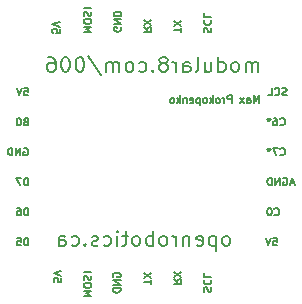
<source format=gbr>
G04 #@! TF.FileFunction,Legend,Bot*
%FSLAX46Y46*%
G04 Gerber Fmt 4.6, Leading zero omitted, Abs format (unit mm)*
G04 Created by KiCad (PCBNEW 4.0.0-rc1-stable) date 10/19/2015 7:45:35 PM*
%MOMM*%
G01*
G04 APERTURE LIST*
%ADD10C,0.100000*%
%ADD11C,0.152400*%
G04 APERTURE END LIST*
D10*
D11*
X149149406Y-110142262D02*
X149149406Y-109507262D01*
X148937739Y-109960833D01*
X148726072Y-109507262D01*
X148726072Y-110142262D01*
X148151549Y-110142262D02*
X148151549Y-109809643D01*
X148181787Y-109749167D01*
X148242263Y-109718929D01*
X148363215Y-109718929D01*
X148423692Y-109749167D01*
X148151549Y-110112024D02*
X148212025Y-110142262D01*
X148363215Y-110142262D01*
X148423692Y-110112024D01*
X148453930Y-110051548D01*
X148453930Y-109991071D01*
X148423692Y-109930595D01*
X148363215Y-109900357D01*
X148212025Y-109900357D01*
X148151549Y-109870119D01*
X147909644Y-110142262D02*
X147577025Y-109718929D01*
X147909644Y-109718929D02*
X147577025Y-110142262D01*
X146851310Y-110142262D02*
X146851310Y-109507262D01*
X146609405Y-109507262D01*
X146548929Y-109537500D01*
X146518690Y-109567738D01*
X146488452Y-109628214D01*
X146488452Y-109718929D01*
X146518690Y-109779405D01*
X146548929Y-109809643D01*
X146609405Y-109839881D01*
X146851310Y-109839881D01*
X146216310Y-110142262D02*
X146216310Y-109718929D01*
X146216310Y-109839881D02*
X146186071Y-109779405D01*
X146155833Y-109749167D01*
X146095357Y-109718929D01*
X146034881Y-109718929D01*
X145732500Y-110142262D02*
X145792976Y-110112024D01*
X145823215Y-110081786D01*
X145853453Y-110021310D01*
X145853453Y-109839881D01*
X145823215Y-109779405D01*
X145792976Y-109749167D01*
X145732500Y-109718929D01*
X145641786Y-109718929D01*
X145581310Y-109749167D01*
X145551072Y-109779405D01*
X145520834Y-109839881D01*
X145520834Y-110021310D01*
X145551072Y-110081786D01*
X145581310Y-110112024D01*
X145641786Y-110142262D01*
X145732500Y-110142262D01*
X145248691Y-110142262D02*
X145248691Y-109507262D01*
X145188214Y-109900357D02*
X145006786Y-110142262D01*
X145006786Y-109718929D02*
X145248691Y-109960833D01*
X144643928Y-110142262D02*
X144704404Y-110112024D01*
X144734643Y-110081786D01*
X144764881Y-110021310D01*
X144764881Y-109839881D01*
X144734643Y-109779405D01*
X144704404Y-109749167D01*
X144643928Y-109718929D01*
X144553214Y-109718929D01*
X144492738Y-109749167D01*
X144462500Y-109779405D01*
X144432262Y-109839881D01*
X144432262Y-110021310D01*
X144462500Y-110081786D01*
X144492738Y-110112024D01*
X144553214Y-110142262D01*
X144643928Y-110142262D01*
X144160119Y-109718929D02*
X144160119Y-110353929D01*
X144160119Y-109749167D02*
X144099642Y-109718929D01*
X143978690Y-109718929D01*
X143918214Y-109749167D01*
X143887976Y-109779405D01*
X143857738Y-109839881D01*
X143857738Y-110021310D01*
X143887976Y-110081786D01*
X143918214Y-110112024D01*
X143978690Y-110142262D01*
X144099642Y-110142262D01*
X144160119Y-110112024D01*
X143343690Y-110112024D02*
X143404166Y-110142262D01*
X143525118Y-110142262D01*
X143585595Y-110112024D01*
X143615833Y-110051548D01*
X143615833Y-109809643D01*
X143585595Y-109749167D01*
X143525118Y-109718929D01*
X143404166Y-109718929D01*
X143343690Y-109749167D01*
X143313452Y-109809643D01*
X143313452Y-109870119D01*
X143615833Y-109930595D01*
X143041309Y-109718929D02*
X143041309Y-110142262D01*
X143041309Y-109779405D02*
X143011070Y-109749167D01*
X142950594Y-109718929D01*
X142859880Y-109718929D01*
X142799404Y-109749167D01*
X142769166Y-109809643D01*
X142769166Y-110142262D01*
X142466785Y-110142262D02*
X142466785Y-109507262D01*
X142406308Y-109900357D02*
X142224880Y-110142262D01*
X142224880Y-109718929D02*
X142466785Y-109960833D01*
X141862022Y-110142262D02*
X141922498Y-110112024D01*
X141952737Y-110081786D01*
X141982975Y-110021310D01*
X141982975Y-109839881D01*
X141952737Y-109779405D01*
X141922498Y-109749167D01*
X141862022Y-109718929D01*
X141771308Y-109718929D01*
X141710832Y-109749167D01*
X141680594Y-109779405D01*
X141650356Y-109839881D01*
X141650356Y-110021310D01*
X141680594Y-110081786D01*
X141710832Y-110112024D01*
X141771308Y-110142262D01*
X141862022Y-110142262D01*
X146491476Y-122240524D02*
X146612429Y-122180048D01*
X146672905Y-122119571D01*
X146733381Y-121998619D01*
X146733381Y-121635762D01*
X146672905Y-121514810D01*
X146612429Y-121454333D01*
X146491476Y-121393857D01*
X146310048Y-121393857D01*
X146189096Y-121454333D01*
X146128619Y-121514810D01*
X146068143Y-121635762D01*
X146068143Y-121998619D01*
X146128619Y-122119571D01*
X146189096Y-122180048D01*
X146310048Y-122240524D01*
X146491476Y-122240524D01*
X145523857Y-121393857D02*
X145523857Y-122663857D01*
X145523857Y-121454333D02*
X145402905Y-121393857D01*
X145161000Y-121393857D01*
X145040048Y-121454333D01*
X144979571Y-121514810D01*
X144919095Y-121635762D01*
X144919095Y-121998619D01*
X144979571Y-122119571D01*
X145040048Y-122180048D01*
X145161000Y-122240524D01*
X145402905Y-122240524D01*
X145523857Y-122180048D01*
X143891000Y-122180048D02*
X144011952Y-122240524D01*
X144253857Y-122240524D01*
X144374809Y-122180048D01*
X144435285Y-122059095D01*
X144435285Y-121575286D01*
X144374809Y-121454333D01*
X144253857Y-121393857D01*
X144011952Y-121393857D01*
X143891000Y-121454333D01*
X143830523Y-121575286D01*
X143830523Y-121696238D01*
X144435285Y-121817190D01*
X143286238Y-121393857D02*
X143286238Y-122240524D01*
X143286238Y-121514810D02*
X143225762Y-121454333D01*
X143104809Y-121393857D01*
X142923381Y-121393857D01*
X142802429Y-121454333D01*
X142741952Y-121575286D01*
X142741952Y-122240524D01*
X142137190Y-122240524D02*
X142137190Y-121393857D01*
X142137190Y-121635762D02*
X142076714Y-121514810D01*
X142016238Y-121454333D01*
X141895285Y-121393857D01*
X141774333Y-121393857D01*
X141169571Y-122240524D02*
X141290524Y-122180048D01*
X141351000Y-122119571D01*
X141411476Y-121998619D01*
X141411476Y-121635762D01*
X141351000Y-121514810D01*
X141290524Y-121454333D01*
X141169571Y-121393857D01*
X140988143Y-121393857D01*
X140867191Y-121454333D01*
X140806714Y-121514810D01*
X140746238Y-121635762D01*
X140746238Y-121998619D01*
X140806714Y-122119571D01*
X140867191Y-122180048D01*
X140988143Y-122240524D01*
X141169571Y-122240524D01*
X140201952Y-122240524D02*
X140201952Y-120970524D01*
X140201952Y-121454333D02*
X140081000Y-121393857D01*
X139839095Y-121393857D01*
X139718143Y-121454333D01*
X139657666Y-121514810D01*
X139597190Y-121635762D01*
X139597190Y-121998619D01*
X139657666Y-122119571D01*
X139718143Y-122180048D01*
X139839095Y-122240524D01*
X140081000Y-122240524D01*
X140201952Y-122180048D01*
X138871475Y-122240524D02*
X138992428Y-122180048D01*
X139052904Y-122119571D01*
X139113380Y-121998619D01*
X139113380Y-121635762D01*
X139052904Y-121514810D01*
X138992428Y-121454333D01*
X138871475Y-121393857D01*
X138690047Y-121393857D01*
X138569095Y-121454333D01*
X138508618Y-121514810D01*
X138448142Y-121635762D01*
X138448142Y-121998619D01*
X138508618Y-122119571D01*
X138569095Y-122180048D01*
X138690047Y-122240524D01*
X138871475Y-122240524D01*
X138085285Y-121393857D02*
X137601475Y-121393857D01*
X137903856Y-120970524D02*
X137903856Y-122059095D01*
X137843380Y-122180048D01*
X137722427Y-122240524D01*
X137601475Y-122240524D01*
X137178142Y-122240524D02*
X137178142Y-121393857D01*
X137178142Y-120970524D02*
X137238618Y-121031000D01*
X137178142Y-121091476D01*
X137117666Y-121031000D01*
X137178142Y-120970524D01*
X137178142Y-121091476D01*
X136029094Y-122180048D02*
X136150047Y-122240524D01*
X136391951Y-122240524D01*
X136512904Y-122180048D01*
X136573380Y-122119571D01*
X136633856Y-121998619D01*
X136633856Y-121635762D01*
X136573380Y-121514810D01*
X136512904Y-121454333D01*
X136391951Y-121393857D01*
X136150047Y-121393857D01*
X136029094Y-121454333D01*
X135545285Y-122180048D02*
X135424333Y-122240524D01*
X135182428Y-122240524D01*
X135061476Y-122180048D01*
X135001000Y-122059095D01*
X135001000Y-121998619D01*
X135061476Y-121877667D01*
X135182428Y-121817190D01*
X135363857Y-121817190D01*
X135484809Y-121756714D01*
X135545285Y-121635762D01*
X135545285Y-121575286D01*
X135484809Y-121454333D01*
X135363857Y-121393857D01*
X135182428Y-121393857D01*
X135061476Y-121454333D01*
X134456714Y-122119571D02*
X134396238Y-122180048D01*
X134456714Y-122240524D01*
X134517190Y-122180048D01*
X134456714Y-122119571D01*
X134456714Y-122240524D01*
X133307666Y-122180048D02*
X133428619Y-122240524D01*
X133670523Y-122240524D01*
X133791476Y-122180048D01*
X133851952Y-122119571D01*
X133912428Y-121998619D01*
X133912428Y-121635762D01*
X133851952Y-121514810D01*
X133791476Y-121454333D01*
X133670523Y-121393857D01*
X133428619Y-121393857D01*
X133307666Y-121454333D01*
X132219095Y-122240524D02*
X132219095Y-121575286D01*
X132279572Y-121454333D01*
X132400524Y-121393857D01*
X132642429Y-121393857D01*
X132763381Y-121454333D01*
X132219095Y-122180048D02*
X132340048Y-122240524D01*
X132642429Y-122240524D01*
X132763381Y-122180048D01*
X132823857Y-122059095D01*
X132823857Y-121938143D01*
X132763381Y-121817190D01*
X132642429Y-121756714D01*
X132340048Y-121756714D01*
X132219095Y-121696238D01*
X149128238Y-107508524D02*
X149128238Y-106661857D01*
X149128238Y-106782810D02*
X149067762Y-106722333D01*
X148946809Y-106661857D01*
X148765381Y-106661857D01*
X148644429Y-106722333D01*
X148583952Y-106843286D01*
X148583952Y-107508524D01*
X148583952Y-106843286D02*
X148523476Y-106722333D01*
X148402524Y-106661857D01*
X148221095Y-106661857D01*
X148100143Y-106722333D01*
X148039667Y-106843286D01*
X148039667Y-107508524D01*
X147253476Y-107508524D02*
X147374429Y-107448048D01*
X147434905Y-107387571D01*
X147495381Y-107266619D01*
X147495381Y-106903762D01*
X147434905Y-106782810D01*
X147374429Y-106722333D01*
X147253476Y-106661857D01*
X147072048Y-106661857D01*
X146951096Y-106722333D01*
X146890619Y-106782810D01*
X146830143Y-106903762D01*
X146830143Y-107266619D01*
X146890619Y-107387571D01*
X146951096Y-107448048D01*
X147072048Y-107508524D01*
X147253476Y-107508524D01*
X145741571Y-107508524D02*
X145741571Y-106238524D01*
X145741571Y-107448048D02*
X145862524Y-107508524D01*
X146104428Y-107508524D01*
X146225381Y-107448048D01*
X146285857Y-107387571D01*
X146346333Y-107266619D01*
X146346333Y-106903762D01*
X146285857Y-106782810D01*
X146225381Y-106722333D01*
X146104428Y-106661857D01*
X145862524Y-106661857D01*
X145741571Y-106722333D01*
X144592523Y-106661857D02*
X144592523Y-107508524D01*
X145136809Y-106661857D02*
X145136809Y-107327095D01*
X145076333Y-107448048D01*
X144955380Y-107508524D01*
X144773952Y-107508524D01*
X144653000Y-107448048D01*
X144592523Y-107387571D01*
X143806332Y-107508524D02*
X143927285Y-107448048D01*
X143987761Y-107327095D01*
X143987761Y-106238524D01*
X142778237Y-107508524D02*
X142778237Y-106843286D01*
X142838714Y-106722333D01*
X142959666Y-106661857D01*
X143201571Y-106661857D01*
X143322523Y-106722333D01*
X142778237Y-107448048D02*
X142899190Y-107508524D01*
X143201571Y-107508524D01*
X143322523Y-107448048D01*
X143382999Y-107327095D01*
X143382999Y-107206143D01*
X143322523Y-107085190D01*
X143201571Y-107024714D01*
X142899190Y-107024714D01*
X142778237Y-106964238D01*
X142173475Y-107508524D02*
X142173475Y-106661857D01*
X142173475Y-106903762D02*
X142112999Y-106782810D01*
X142052523Y-106722333D01*
X141931570Y-106661857D01*
X141810618Y-106661857D01*
X141205856Y-106782810D02*
X141326809Y-106722333D01*
X141387285Y-106661857D01*
X141447761Y-106540905D01*
X141447761Y-106480429D01*
X141387285Y-106359476D01*
X141326809Y-106299000D01*
X141205856Y-106238524D01*
X140963952Y-106238524D01*
X140842999Y-106299000D01*
X140782523Y-106359476D01*
X140722047Y-106480429D01*
X140722047Y-106540905D01*
X140782523Y-106661857D01*
X140842999Y-106722333D01*
X140963952Y-106782810D01*
X141205856Y-106782810D01*
X141326809Y-106843286D01*
X141387285Y-106903762D01*
X141447761Y-107024714D01*
X141447761Y-107266619D01*
X141387285Y-107387571D01*
X141326809Y-107448048D01*
X141205856Y-107508524D01*
X140963952Y-107508524D01*
X140842999Y-107448048D01*
X140782523Y-107387571D01*
X140722047Y-107266619D01*
X140722047Y-107024714D01*
X140782523Y-106903762D01*
X140842999Y-106843286D01*
X140963952Y-106782810D01*
X140177761Y-107387571D02*
X140117285Y-107448048D01*
X140177761Y-107508524D01*
X140238237Y-107448048D01*
X140177761Y-107387571D01*
X140177761Y-107508524D01*
X139028713Y-107448048D02*
X139149666Y-107508524D01*
X139391570Y-107508524D01*
X139512523Y-107448048D01*
X139572999Y-107387571D01*
X139633475Y-107266619D01*
X139633475Y-106903762D01*
X139572999Y-106782810D01*
X139512523Y-106722333D01*
X139391570Y-106661857D01*
X139149666Y-106661857D01*
X139028713Y-106722333D01*
X138302999Y-107508524D02*
X138423952Y-107448048D01*
X138484428Y-107387571D01*
X138544904Y-107266619D01*
X138544904Y-106903762D01*
X138484428Y-106782810D01*
X138423952Y-106722333D01*
X138302999Y-106661857D01*
X138121571Y-106661857D01*
X138000619Y-106722333D01*
X137940142Y-106782810D01*
X137879666Y-106903762D01*
X137879666Y-107266619D01*
X137940142Y-107387571D01*
X138000619Y-107448048D01*
X138121571Y-107508524D01*
X138302999Y-107508524D01*
X137335380Y-107508524D02*
X137335380Y-106661857D01*
X137335380Y-106782810D02*
X137274904Y-106722333D01*
X137153951Y-106661857D01*
X136972523Y-106661857D01*
X136851571Y-106722333D01*
X136791094Y-106843286D01*
X136791094Y-107508524D01*
X136791094Y-106843286D02*
X136730618Y-106722333D01*
X136609666Y-106661857D01*
X136428237Y-106661857D01*
X136307285Y-106722333D01*
X136246809Y-106843286D01*
X136246809Y-107508524D01*
X134734904Y-106178048D02*
X135823476Y-107810905D01*
X134069666Y-106238524D02*
X133948714Y-106238524D01*
X133827762Y-106299000D01*
X133767285Y-106359476D01*
X133706809Y-106480429D01*
X133646333Y-106722333D01*
X133646333Y-107024714D01*
X133706809Y-107266619D01*
X133767285Y-107387571D01*
X133827762Y-107448048D01*
X133948714Y-107508524D01*
X134069666Y-107508524D01*
X134190619Y-107448048D01*
X134251095Y-107387571D01*
X134311571Y-107266619D01*
X134372047Y-107024714D01*
X134372047Y-106722333D01*
X134311571Y-106480429D01*
X134251095Y-106359476D01*
X134190619Y-106299000D01*
X134069666Y-106238524D01*
X132860142Y-106238524D02*
X132739190Y-106238524D01*
X132618238Y-106299000D01*
X132557761Y-106359476D01*
X132497285Y-106480429D01*
X132436809Y-106722333D01*
X132436809Y-107024714D01*
X132497285Y-107266619D01*
X132557761Y-107387571D01*
X132618238Y-107448048D01*
X132739190Y-107508524D01*
X132860142Y-107508524D01*
X132981095Y-107448048D01*
X133041571Y-107387571D01*
X133102047Y-107266619D01*
X133162523Y-107024714D01*
X133162523Y-106722333D01*
X133102047Y-106480429D01*
X133041571Y-106359476D01*
X132981095Y-106299000D01*
X132860142Y-106238524D01*
X131348237Y-106238524D02*
X131590142Y-106238524D01*
X131711094Y-106299000D01*
X131771571Y-106359476D01*
X131892523Y-106540905D01*
X131952999Y-106782810D01*
X131952999Y-107266619D01*
X131892523Y-107387571D01*
X131832047Y-107448048D01*
X131711094Y-107508524D01*
X131469190Y-107508524D01*
X131348237Y-107448048D01*
X131287761Y-107387571D01*
X131227285Y-107266619D01*
X131227285Y-106964238D01*
X131287761Y-106843286D01*
X131348237Y-106782810D01*
X131469190Y-106722333D01*
X131711094Y-106722333D01*
X131832047Y-106782810D01*
X131892523Y-106843286D01*
X131952999Y-106964238D01*
X144522976Y-104133953D02*
X144492738Y-104043238D01*
X144492738Y-103892048D01*
X144522976Y-103831572D01*
X144553214Y-103801334D01*
X144613690Y-103771095D01*
X144674167Y-103771095D01*
X144734643Y-103801334D01*
X144764881Y-103831572D01*
X144795119Y-103892048D01*
X144825357Y-104013000D01*
X144855595Y-104073476D01*
X144885833Y-104103715D01*
X144946310Y-104133953D01*
X145006786Y-104133953D01*
X145067262Y-104103715D01*
X145097500Y-104073476D01*
X145127738Y-104013000D01*
X145127738Y-103861810D01*
X145097500Y-103771095D01*
X144553214Y-103136095D02*
X144522976Y-103166333D01*
X144492738Y-103257048D01*
X144492738Y-103317524D01*
X144522976Y-103408238D01*
X144583452Y-103468714D01*
X144643929Y-103498953D01*
X144764881Y-103529191D01*
X144855595Y-103529191D01*
X144976548Y-103498953D01*
X145037024Y-103468714D01*
X145097500Y-103408238D01*
X145127738Y-103317524D01*
X145127738Y-103257048D01*
X145097500Y-103166333D01*
X145067262Y-103136095D01*
X144492738Y-102561572D02*
X144492738Y-102863953D01*
X145127738Y-102863953D01*
X142587738Y-104115810D02*
X142587738Y-103752953D01*
X141952738Y-103934381D02*
X142587738Y-103934381D01*
X142587738Y-103601762D02*
X141952738Y-103178428D01*
X142587738Y-103178428D02*
X141952738Y-103601762D01*
X139412738Y-103737833D02*
X139715119Y-103949500D01*
X139412738Y-104100691D02*
X140047738Y-104100691D01*
X140047738Y-103858786D01*
X140017500Y-103798310D01*
X139987262Y-103768071D01*
X139926786Y-103737833D01*
X139836071Y-103737833D01*
X139775595Y-103768071D01*
X139745357Y-103798310D01*
X139715119Y-103858786D01*
X139715119Y-104100691D01*
X140047738Y-103526167D02*
X139412738Y-103102833D01*
X140047738Y-103102833D02*
X139412738Y-103526167D01*
X137477500Y-103734809D02*
X137507738Y-103795286D01*
X137507738Y-103886000D01*
X137477500Y-103976714D01*
X137417024Y-104037190D01*
X137356548Y-104067429D01*
X137235595Y-104097667D01*
X137144881Y-104097667D01*
X137023929Y-104067429D01*
X136963452Y-104037190D01*
X136902976Y-103976714D01*
X136872738Y-103886000D01*
X136872738Y-103825524D01*
X136902976Y-103734809D01*
X136933214Y-103704571D01*
X137144881Y-103704571D01*
X137144881Y-103825524D01*
X136872738Y-103432429D02*
X137507738Y-103432429D01*
X136872738Y-103069571D01*
X137507738Y-103069571D01*
X136872738Y-102767191D02*
X137507738Y-102767191D01*
X137507738Y-102616000D01*
X137477500Y-102525286D01*
X137417024Y-102464810D01*
X137356548Y-102434571D01*
X137235595Y-102404333D01*
X137144881Y-102404333D01*
X137023929Y-102434571D01*
X136963452Y-102464810D01*
X136902976Y-102525286D01*
X136872738Y-102616000D01*
X136872738Y-102767191D01*
X134332738Y-104121857D02*
X134967738Y-104121857D01*
X134514167Y-103910190D01*
X134967738Y-103698523D01*
X134332738Y-103698523D01*
X134967738Y-103275190D02*
X134967738Y-103154238D01*
X134937500Y-103093762D01*
X134877024Y-103033285D01*
X134756071Y-103003047D01*
X134544405Y-103003047D01*
X134423452Y-103033285D01*
X134362976Y-103093762D01*
X134332738Y-103154238D01*
X134332738Y-103275190D01*
X134362976Y-103335666D01*
X134423452Y-103396143D01*
X134544405Y-103426381D01*
X134756071Y-103426381D01*
X134877024Y-103396143D01*
X134937500Y-103335666D01*
X134967738Y-103275190D01*
X134362976Y-102761143D02*
X134332738Y-102670428D01*
X134332738Y-102519238D01*
X134362976Y-102458762D01*
X134393214Y-102428524D01*
X134453690Y-102398285D01*
X134514167Y-102398285D01*
X134574643Y-102428524D01*
X134604881Y-102458762D01*
X134635119Y-102519238D01*
X134665357Y-102640190D01*
X134695595Y-102700666D01*
X134725833Y-102730905D01*
X134786310Y-102761143D01*
X134846786Y-102761143D01*
X134907262Y-102730905D01*
X134937500Y-102700666D01*
X134967738Y-102640190D01*
X134967738Y-102489000D01*
X134937500Y-102398285D01*
X134332738Y-102126143D02*
X134967738Y-102126143D01*
X132300738Y-103879953D02*
X132300738Y-104182334D01*
X131998357Y-104212572D01*
X132028595Y-104182334D01*
X132058833Y-104121857D01*
X132058833Y-103970667D01*
X132028595Y-103910191D01*
X131998357Y-103879953D01*
X131937881Y-103849714D01*
X131786690Y-103849714D01*
X131726214Y-103879953D01*
X131695976Y-103910191D01*
X131665738Y-103970667D01*
X131665738Y-104121857D01*
X131695976Y-104182334D01*
X131726214Y-104212572D01*
X132300738Y-103668286D02*
X131665738Y-103456619D01*
X132300738Y-103244952D01*
X144522976Y-126104953D02*
X144492738Y-126014238D01*
X144492738Y-125863048D01*
X144522976Y-125802572D01*
X144553214Y-125772334D01*
X144613690Y-125742095D01*
X144674167Y-125742095D01*
X144734643Y-125772334D01*
X144764881Y-125802572D01*
X144795119Y-125863048D01*
X144825357Y-125984000D01*
X144855595Y-126044476D01*
X144885833Y-126074715D01*
X144946310Y-126104953D01*
X145006786Y-126104953D01*
X145067262Y-126074715D01*
X145097500Y-126044476D01*
X145127738Y-125984000D01*
X145127738Y-125832810D01*
X145097500Y-125742095D01*
X144553214Y-125107095D02*
X144522976Y-125137333D01*
X144492738Y-125228048D01*
X144492738Y-125288524D01*
X144522976Y-125379238D01*
X144583452Y-125439714D01*
X144643929Y-125469953D01*
X144764881Y-125500191D01*
X144855595Y-125500191D01*
X144976548Y-125469953D01*
X145037024Y-125439714D01*
X145097500Y-125379238D01*
X145127738Y-125288524D01*
X145127738Y-125228048D01*
X145097500Y-125137333D01*
X145067262Y-125107095D01*
X144492738Y-124532572D02*
X144492738Y-124834953D01*
X145127738Y-124834953D01*
X141952738Y-125073833D02*
X142255119Y-125285500D01*
X141952738Y-125436691D02*
X142587738Y-125436691D01*
X142587738Y-125194786D01*
X142557500Y-125134310D01*
X142527262Y-125104071D01*
X142466786Y-125073833D01*
X142376071Y-125073833D01*
X142315595Y-125104071D01*
X142285357Y-125134310D01*
X142255119Y-125194786D01*
X142255119Y-125436691D01*
X142587738Y-124862167D02*
X141952738Y-124438833D01*
X142587738Y-124438833D02*
X141952738Y-124862167D01*
X140047738Y-125451810D02*
X140047738Y-125088953D01*
X139412738Y-125270381D02*
X140047738Y-125270381D01*
X140047738Y-124937762D02*
X139412738Y-124514428D01*
X140047738Y-124514428D02*
X139412738Y-124937762D01*
X136842500Y-124865191D02*
X136812262Y-124804714D01*
X136812262Y-124714000D01*
X136842500Y-124623286D01*
X136902976Y-124562810D01*
X136963452Y-124532571D01*
X137084405Y-124502333D01*
X137175119Y-124502333D01*
X137296071Y-124532571D01*
X137356548Y-124562810D01*
X137417024Y-124623286D01*
X137447262Y-124714000D01*
X137447262Y-124774476D01*
X137417024Y-124865191D01*
X137386786Y-124895429D01*
X137175119Y-124895429D01*
X137175119Y-124774476D01*
X137447262Y-125167571D02*
X136812262Y-125167571D01*
X137447262Y-125530429D01*
X136812262Y-125530429D01*
X137447262Y-125832809D02*
X136812262Y-125832809D01*
X136812262Y-125984000D01*
X136842500Y-126074714D01*
X136902976Y-126135190D01*
X136963452Y-126165429D01*
X137084405Y-126195667D01*
X137175119Y-126195667D01*
X137296071Y-126165429D01*
X137356548Y-126135190D01*
X137417024Y-126074714D01*
X137447262Y-125984000D01*
X137447262Y-125832809D01*
X134332738Y-126473857D02*
X134967738Y-126473857D01*
X134514167Y-126262190D01*
X134967738Y-126050523D01*
X134332738Y-126050523D01*
X134967738Y-125627190D02*
X134967738Y-125506238D01*
X134937500Y-125445762D01*
X134877024Y-125385285D01*
X134756071Y-125355047D01*
X134544405Y-125355047D01*
X134423452Y-125385285D01*
X134362976Y-125445762D01*
X134332738Y-125506238D01*
X134332738Y-125627190D01*
X134362976Y-125687666D01*
X134423452Y-125748143D01*
X134544405Y-125778381D01*
X134756071Y-125778381D01*
X134877024Y-125748143D01*
X134937500Y-125687666D01*
X134967738Y-125627190D01*
X134362976Y-125113143D02*
X134332738Y-125022428D01*
X134332738Y-124871238D01*
X134362976Y-124810762D01*
X134393214Y-124780524D01*
X134453690Y-124750285D01*
X134514167Y-124750285D01*
X134574643Y-124780524D01*
X134604881Y-124810762D01*
X134635119Y-124871238D01*
X134665357Y-124992190D01*
X134695595Y-125052666D01*
X134725833Y-125082905D01*
X134786310Y-125113143D01*
X134846786Y-125113143D01*
X134907262Y-125082905D01*
X134937500Y-125052666D01*
X134967738Y-124992190D01*
X134967738Y-124841000D01*
X134937500Y-124750285D01*
X134332738Y-124478143D02*
X134967738Y-124478143D01*
X132427738Y-124961953D02*
X132427738Y-125264334D01*
X132125357Y-125294572D01*
X132155595Y-125264334D01*
X132185833Y-125203857D01*
X132185833Y-125052667D01*
X132155595Y-124992191D01*
X132125357Y-124961953D01*
X132064881Y-124931714D01*
X131913690Y-124931714D01*
X131853214Y-124961953D01*
X131822976Y-124992191D01*
X131792738Y-125052667D01*
X131792738Y-125203857D01*
X131822976Y-125264334D01*
X131853214Y-125294572D01*
X132427738Y-124750286D02*
X131792738Y-124538619D01*
X132427738Y-124326952D01*
X129627691Y-122207262D02*
X129627691Y-121572262D01*
X129476500Y-121572262D01*
X129385786Y-121602500D01*
X129325310Y-121662976D01*
X129295071Y-121723452D01*
X129264833Y-121844405D01*
X129264833Y-121935119D01*
X129295071Y-122056071D01*
X129325310Y-122116548D01*
X129385786Y-122177024D01*
X129476500Y-122207262D01*
X129627691Y-122207262D01*
X128690310Y-121572262D02*
X128992691Y-121572262D01*
X129022929Y-121874643D01*
X128992691Y-121844405D01*
X128932214Y-121814167D01*
X128781024Y-121814167D01*
X128720548Y-121844405D01*
X128690310Y-121874643D01*
X128660071Y-121935119D01*
X128660071Y-122086310D01*
X128690310Y-122146786D01*
X128720548Y-122177024D01*
X128781024Y-122207262D01*
X128932214Y-122207262D01*
X128992691Y-122177024D01*
X129022929Y-122146786D01*
X129627691Y-119667262D02*
X129627691Y-119032262D01*
X129476500Y-119032262D01*
X129385786Y-119062500D01*
X129325310Y-119122976D01*
X129295071Y-119183452D01*
X129264833Y-119304405D01*
X129264833Y-119395119D01*
X129295071Y-119516071D01*
X129325310Y-119576548D01*
X129385786Y-119637024D01*
X129476500Y-119667262D01*
X129627691Y-119667262D01*
X128720548Y-119032262D02*
X128841500Y-119032262D01*
X128901976Y-119062500D01*
X128932214Y-119092738D01*
X128992691Y-119183452D01*
X129022929Y-119304405D01*
X129022929Y-119546310D01*
X128992691Y-119606786D01*
X128962452Y-119637024D01*
X128901976Y-119667262D01*
X128781024Y-119667262D01*
X128720548Y-119637024D01*
X128690310Y-119606786D01*
X128660071Y-119546310D01*
X128660071Y-119395119D01*
X128690310Y-119334643D01*
X128720548Y-119304405D01*
X128781024Y-119274167D01*
X128901976Y-119274167D01*
X128962452Y-119304405D01*
X128992691Y-119334643D01*
X129022929Y-119395119D01*
X129627691Y-117127262D02*
X129627691Y-116492262D01*
X129476500Y-116492262D01*
X129385786Y-116522500D01*
X129325310Y-116582976D01*
X129295071Y-116643452D01*
X129264833Y-116764405D01*
X129264833Y-116855119D01*
X129295071Y-116976071D01*
X129325310Y-117036548D01*
X129385786Y-117097024D01*
X129476500Y-117127262D01*
X129627691Y-117127262D01*
X129053167Y-116492262D02*
X128629833Y-116492262D01*
X128901976Y-117127262D01*
X129261809Y-113982500D02*
X129322286Y-113952262D01*
X129413000Y-113952262D01*
X129503714Y-113982500D01*
X129564190Y-114042976D01*
X129594429Y-114103452D01*
X129624667Y-114224405D01*
X129624667Y-114315119D01*
X129594429Y-114436071D01*
X129564190Y-114496548D01*
X129503714Y-114557024D01*
X129413000Y-114587262D01*
X129352524Y-114587262D01*
X129261809Y-114557024D01*
X129231571Y-114526786D01*
X129231571Y-114315119D01*
X129352524Y-114315119D01*
X128959429Y-114587262D02*
X128959429Y-113952262D01*
X128596571Y-114587262D01*
X128596571Y-113952262D01*
X128294191Y-114587262D02*
X128294191Y-113952262D01*
X128143000Y-113952262D01*
X128052286Y-113982500D01*
X127991810Y-114042976D01*
X127961571Y-114103452D01*
X127931333Y-114224405D01*
X127931333Y-114315119D01*
X127961571Y-114436071D01*
X127991810Y-114496548D01*
X128052286Y-114557024D01*
X128143000Y-114587262D01*
X128294191Y-114587262D01*
X129416024Y-111714643D02*
X129325310Y-111744881D01*
X129295071Y-111775119D01*
X129264833Y-111835595D01*
X129264833Y-111926310D01*
X129295071Y-111986786D01*
X129325310Y-112017024D01*
X129385786Y-112047262D01*
X129627691Y-112047262D01*
X129627691Y-111412262D01*
X129416024Y-111412262D01*
X129355548Y-111442500D01*
X129325310Y-111472738D01*
X129295071Y-111533214D01*
X129295071Y-111593690D01*
X129325310Y-111654167D01*
X129355548Y-111684405D01*
X129416024Y-111714643D01*
X129627691Y-111714643D01*
X128871738Y-111412262D02*
X128811262Y-111412262D01*
X128750786Y-111442500D01*
X128720548Y-111472738D01*
X128690310Y-111533214D01*
X128660071Y-111654167D01*
X128660071Y-111805357D01*
X128690310Y-111926310D01*
X128720548Y-111986786D01*
X128750786Y-112017024D01*
X128811262Y-112047262D01*
X128871738Y-112047262D01*
X128932214Y-112017024D01*
X128962452Y-111986786D01*
X128992691Y-111926310D01*
X129022929Y-111805357D01*
X129022929Y-111654167D01*
X128992691Y-111533214D01*
X128962452Y-111472738D01*
X128932214Y-111442500D01*
X128871738Y-111412262D01*
X129279953Y-108872262D02*
X129582334Y-108872262D01*
X129612572Y-109174643D01*
X129582334Y-109144405D01*
X129521857Y-109114167D01*
X129370667Y-109114167D01*
X129310191Y-109144405D01*
X129279953Y-109174643D01*
X129249714Y-109235119D01*
X129249714Y-109386310D01*
X129279953Y-109446786D01*
X129310191Y-109477024D01*
X129370667Y-109507262D01*
X129521857Y-109507262D01*
X129582334Y-109477024D01*
X129612572Y-109446786D01*
X129068286Y-108872262D02*
X128856619Y-109507262D01*
X128644952Y-108872262D01*
X150361953Y-121572262D02*
X150664334Y-121572262D01*
X150694572Y-121874643D01*
X150664334Y-121844405D01*
X150603857Y-121814167D01*
X150452667Y-121814167D01*
X150392191Y-121844405D01*
X150361953Y-121874643D01*
X150331714Y-121935119D01*
X150331714Y-122086310D01*
X150361953Y-122146786D01*
X150392191Y-122177024D01*
X150452667Y-122207262D01*
X150603857Y-122207262D01*
X150664334Y-122177024D01*
X150694572Y-122146786D01*
X150150286Y-121572262D02*
X149938619Y-122207262D01*
X149726952Y-121572262D01*
X150473833Y-119606786D02*
X150504071Y-119637024D01*
X150594786Y-119667262D01*
X150655262Y-119667262D01*
X150745976Y-119637024D01*
X150806452Y-119576548D01*
X150836691Y-119516071D01*
X150866929Y-119395119D01*
X150866929Y-119304405D01*
X150836691Y-119183452D01*
X150806452Y-119122976D01*
X150745976Y-119062500D01*
X150655262Y-119032262D01*
X150594786Y-119032262D01*
X150504071Y-119062500D01*
X150473833Y-119092738D01*
X150080738Y-119032262D02*
X150020262Y-119032262D01*
X149959786Y-119062500D01*
X149929548Y-119092738D01*
X149899310Y-119153214D01*
X149869071Y-119274167D01*
X149869071Y-119425357D01*
X149899310Y-119546310D01*
X149929548Y-119606786D01*
X149959786Y-119637024D01*
X150020262Y-119667262D01*
X150080738Y-119667262D01*
X150141214Y-119637024D01*
X150171452Y-119606786D01*
X150201691Y-119546310D01*
X150231929Y-119425357D01*
X150231929Y-119274167D01*
X150201691Y-119153214D01*
X150171452Y-119092738D01*
X150141214Y-119062500D01*
X150080738Y-119032262D01*
X152121810Y-116945833D02*
X151819429Y-116945833D01*
X152182286Y-117127262D02*
X151970619Y-116492262D01*
X151758952Y-117127262D01*
X151214666Y-116522500D02*
X151275143Y-116492262D01*
X151365857Y-116492262D01*
X151456571Y-116522500D01*
X151517047Y-116582976D01*
X151547286Y-116643452D01*
X151577524Y-116764405D01*
X151577524Y-116855119D01*
X151547286Y-116976071D01*
X151517047Y-117036548D01*
X151456571Y-117097024D01*
X151365857Y-117127262D01*
X151305381Y-117127262D01*
X151214666Y-117097024D01*
X151184428Y-117066786D01*
X151184428Y-116855119D01*
X151305381Y-116855119D01*
X150912286Y-117127262D02*
X150912286Y-116492262D01*
X150549428Y-117127262D01*
X150549428Y-116492262D01*
X150247048Y-117127262D02*
X150247048Y-116492262D01*
X150095857Y-116492262D01*
X150005143Y-116522500D01*
X149944667Y-116582976D01*
X149914428Y-116643452D01*
X149884190Y-116764405D01*
X149884190Y-116855119D01*
X149914428Y-116976071D01*
X149944667Y-117036548D01*
X150005143Y-117097024D01*
X150095857Y-117127262D01*
X150247048Y-117127262D01*
X150969738Y-114526786D02*
X150999976Y-114557024D01*
X151090691Y-114587262D01*
X151151167Y-114587262D01*
X151241881Y-114557024D01*
X151302357Y-114496548D01*
X151332596Y-114436071D01*
X151362834Y-114315119D01*
X151362834Y-114224405D01*
X151332596Y-114103452D01*
X151302357Y-114042976D01*
X151241881Y-113982500D01*
X151151167Y-113952262D01*
X151090691Y-113952262D01*
X150999976Y-113982500D01*
X150969738Y-114012738D01*
X150758072Y-113952262D02*
X150334738Y-113952262D01*
X150606881Y-114587262D01*
X150002119Y-113952262D02*
X150002119Y-114103452D01*
X150153310Y-114042976D02*
X150002119Y-114103452D01*
X149850929Y-114042976D01*
X150092834Y-114224405D02*
X150002119Y-114103452D01*
X149911405Y-114224405D01*
X150969738Y-111986786D02*
X150999976Y-112017024D01*
X151090691Y-112047262D01*
X151151167Y-112047262D01*
X151241881Y-112017024D01*
X151302357Y-111956548D01*
X151332596Y-111896071D01*
X151362834Y-111775119D01*
X151362834Y-111684405D01*
X151332596Y-111563452D01*
X151302357Y-111502976D01*
X151241881Y-111442500D01*
X151151167Y-111412262D01*
X151090691Y-111412262D01*
X150999976Y-111442500D01*
X150969738Y-111472738D01*
X150425453Y-111412262D02*
X150546405Y-111412262D01*
X150606881Y-111442500D01*
X150637119Y-111472738D01*
X150697596Y-111563452D01*
X150727834Y-111684405D01*
X150727834Y-111926310D01*
X150697596Y-111986786D01*
X150667357Y-112017024D01*
X150606881Y-112047262D01*
X150485929Y-112047262D01*
X150425453Y-112017024D01*
X150395215Y-111986786D01*
X150364976Y-111926310D01*
X150364976Y-111775119D01*
X150395215Y-111714643D01*
X150425453Y-111684405D01*
X150485929Y-111654167D01*
X150606881Y-111654167D01*
X150667357Y-111684405D01*
X150697596Y-111714643D01*
X150727834Y-111775119D01*
X150002119Y-111412262D02*
X150002119Y-111563452D01*
X150153310Y-111502976D02*
X150002119Y-111563452D01*
X149850929Y-111502976D01*
X150092834Y-111684405D02*
X150002119Y-111563452D01*
X149911405Y-111684405D01*
X151504953Y-109477024D02*
X151414238Y-109507262D01*
X151263048Y-109507262D01*
X151202572Y-109477024D01*
X151172334Y-109446786D01*
X151142095Y-109386310D01*
X151142095Y-109325833D01*
X151172334Y-109265357D01*
X151202572Y-109235119D01*
X151263048Y-109204881D01*
X151384000Y-109174643D01*
X151444476Y-109144405D01*
X151474715Y-109114167D01*
X151504953Y-109053690D01*
X151504953Y-108993214D01*
X151474715Y-108932738D01*
X151444476Y-108902500D01*
X151384000Y-108872262D01*
X151232810Y-108872262D01*
X151142095Y-108902500D01*
X150507095Y-109446786D02*
X150537333Y-109477024D01*
X150628048Y-109507262D01*
X150688524Y-109507262D01*
X150779238Y-109477024D01*
X150839714Y-109416548D01*
X150869953Y-109356071D01*
X150900191Y-109235119D01*
X150900191Y-109144405D01*
X150869953Y-109023452D01*
X150839714Y-108962976D01*
X150779238Y-108902500D01*
X150688524Y-108872262D01*
X150628048Y-108872262D01*
X150537333Y-108902500D01*
X150507095Y-108932738D01*
X149932572Y-109507262D02*
X150234953Y-109507262D01*
X150234953Y-108872262D01*
M02*

</source>
